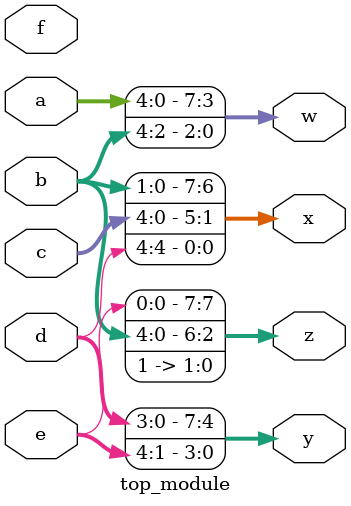
<source format=v>
module top_module (
    input [4:0] a, b, c, d, e, f,
    output [7:0] w, x, y, z );//

    // assign { ... } = { ... };	
    assign w[7:0] = {a[4:0], b[4:2]};
    assign x[7:0] = {b[1:0], c[4:0], d[4]};
    assign y[7:0] = {d[3:0], e[4:1]};
    assign z[7:0] = {e[0], b[4:0], 2'b11};
endmodule
</source>
